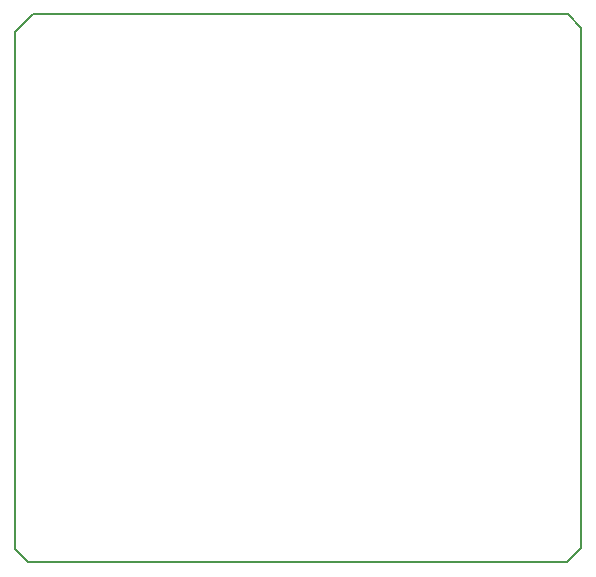
<source format=gm1>
%TF.GenerationSoftware,KiCad,Pcbnew,7.0.2*%
%TF.CreationDate,2025-03-23T10:17:30-04:00*%
%TF.ProjectId,ControllerToJamma,436f6e74-726f-46c6-9c65-72546f4a616d,rev?*%
%TF.SameCoordinates,Original*%
%TF.FileFunction,Profile,NP*%
%FSLAX46Y46*%
G04 Gerber Fmt 4.6, Leading zero omitted, Abs format (unit mm)*
G04 Created by KiCad (PCBNEW 7.0.2) date 2025-03-23 10:17:30*
%MOMM*%
%LPD*%
G01*
G04 APERTURE LIST*
%TA.AperFunction,Profile*%
%ADD10C,0.150000*%
%TD*%
G04 APERTURE END LIST*
D10*
X127370000Y-126395000D02*
X172920000Y-126395000D01*
X126195000Y-125271000D02*
X126195000Y-81531000D01*
X127370000Y-126394000D02*
X127318000Y-126394000D01*
X174132000Y-81148000D02*
X172979000Y-79995000D01*
X127737000Y-79994000D02*
X172977000Y-79994000D01*
X126197000Y-125273000D02*
X127317000Y-126393000D01*
X127734000Y-79995000D02*
X126195000Y-81534000D01*
X172928000Y-126397000D02*
X174128000Y-125197000D01*
X174128000Y-125198000D02*
X174128000Y-81148000D01*
M02*

</source>
